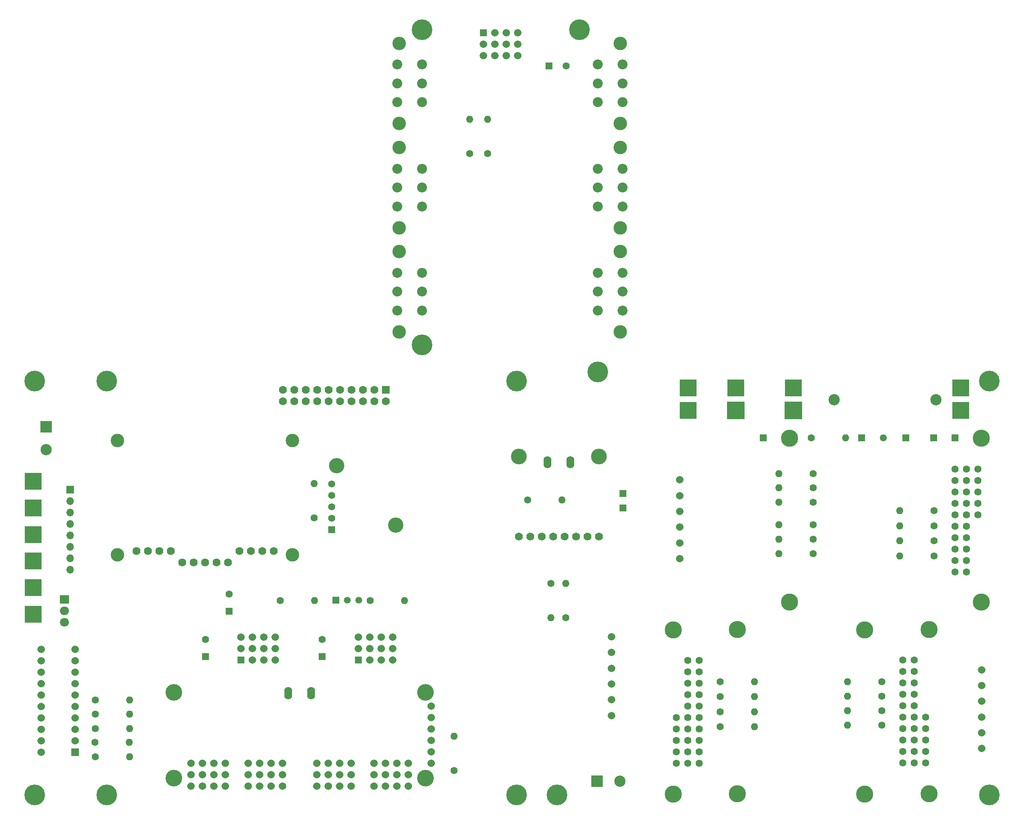
<source format=gbs>
G04 #@! TF.GenerationSoftware,KiCad,Pcbnew,(5.1.10-1-10_14)*
G04 #@! TF.CreationDate,2023-04-30T23:48:29-07:00*
G04 #@! TF.ProjectId,Control_Boards,436f6e74-726f-46c5-9f42-6f617264732e,rev?*
G04 #@! TF.SameCoordinates,Original*
G04 #@! TF.FileFunction,Soldermask,Bot*
G04 #@! TF.FilePolarity,Negative*
%FSLAX46Y46*%
G04 Gerber Fmt 4.6, Leading zero omitted, Abs format (unit mm)*
G04 Created by KiCad (PCBNEW (5.1.10-1-10_14)) date 2023-04-30 23:48:29*
%MOMM*%
%LPD*%
G01*
G04 APERTURE LIST*
%ADD10C,1.670000*%
%ADD11R,1.500000X1.500000*%
%ADD12C,1.500000*%
%ADD13C,1.600000*%
%ADD14R,1.600000X1.600000*%
%ADD15R,1.524000X1.524000*%
%ADD16C,3.800000*%
%ADD17C,3.698499*%
%ADD18O,1.760000X2.800000*%
%ADD19C,4.600000*%
%ADD20R,3.800000X3.800000*%
%ADD21R,2.500000X2.500000*%
%ADD22C,2.500000*%
%ADD23O,2.000000X1.905000*%
%ADD24R,2.000000X1.905000*%
%ADD25O,1.600000X1.600000*%
%ADD26C,2.997200*%
%ADD27C,2.209800*%
%ADD28R,1.670000X1.670000*%
%ADD29R,1.778000X1.778000*%
%ADD30C,1.778000*%
%ADD31O,1.760000X2.700000*%
%ADD32O,3.500000X3.500000*%
%ADD33O,1.700000X1.700000*%
%ADD34R,1.700000X1.700000*%
%ADD35C,1.780000*%
%ADD36C,3.000000*%
%ADD37C,1.560000*%
%ADD38R,1.560000X1.560000*%
%ADD39C,3.400000*%
%ADD40R,4.000000X4.000000*%
%ADD41C,1.550000*%
%ADD42R,1.550000X1.550000*%
G04 APERTURE END LIST*
D10*
X132054600Y-60833600D03*
X132054600Y-64333600D03*
X132054600Y-67833600D03*
X132054600Y-71333600D03*
X132054600Y-74833600D03*
X132054600Y-78333600D03*
X214274400Y-68174200D03*
X214274400Y-71674200D03*
X214274400Y-75174200D03*
X214274400Y-78674200D03*
X214274400Y-82174200D03*
X214274400Y-85674200D03*
X147218400Y-43484200D03*
X147218400Y-39984200D03*
X147218400Y-36484200D03*
X147218400Y-32984200D03*
X147218400Y-29484200D03*
X147218400Y-25984200D03*
D11*
X70840600Y-52730400D03*
D12*
X75920600Y-52730400D03*
X73380600Y-52730400D03*
D13*
X41884600Y-61452600D03*
D14*
X41884600Y-65252600D03*
D10*
X57404000Y-60909949D03*
X57404000Y-63449949D03*
X57404000Y-65989949D03*
X54864000Y-60909949D03*
X54864000Y-63449949D03*
X54864000Y-65989949D03*
X52324000Y-60909949D03*
X52324000Y-63449949D03*
X52324000Y-65989949D03*
X49784000Y-60909949D03*
D15*
X49784000Y-65989949D03*
D10*
X49784000Y-63449949D03*
X83489800Y-60909949D03*
X83489800Y-63449949D03*
X83489800Y-65989949D03*
X80949800Y-60909949D03*
X80949800Y-63449949D03*
X80949800Y-65989949D03*
X78409800Y-60909949D03*
X78409800Y-63449949D03*
X78409800Y-65989949D03*
X75869800Y-60909949D03*
D15*
X75869800Y-65989949D03*
D10*
X75869800Y-63449949D03*
D13*
X67868800Y-61452600D03*
D14*
X67868800Y-65252600D03*
D13*
X149040600Y-66094400D03*
X151580600Y-66094400D03*
X149040600Y-68634400D03*
X151580600Y-68634400D03*
X149040600Y-71174400D03*
X151580600Y-71174400D03*
X149040600Y-73714400D03*
X151580600Y-73714400D03*
X149040600Y-76254400D03*
X151580600Y-76254400D03*
X149040600Y-78794400D03*
X151580600Y-78794400D03*
X149040600Y-81334400D03*
X151580600Y-81334400D03*
X149040600Y-83874400D03*
X151580600Y-83874400D03*
X149040600Y-86414400D03*
X151580600Y-86414400D03*
X149040600Y-88954400D03*
X151580600Y-88954400D03*
X146500600Y-78794400D03*
X146500600Y-81334400D03*
X146500600Y-83874400D03*
X146500600Y-86414400D03*
X146500600Y-88954400D03*
D16*
X145770600Y-59334400D03*
X145770600Y-95783400D03*
X188315600Y-59334400D03*
X188315600Y-95783400D03*
D13*
X199320400Y-66018200D03*
X196780400Y-66018200D03*
X199320400Y-68558200D03*
X196780400Y-68558200D03*
X199320400Y-71098200D03*
X196780400Y-71098200D03*
X199320400Y-73638200D03*
X196780400Y-73638200D03*
X199320400Y-76178200D03*
X196780400Y-76178200D03*
X199320400Y-78718200D03*
X196780400Y-78718200D03*
X199320400Y-81258200D03*
X196780400Y-81258200D03*
X199320400Y-83798200D03*
X196780400Y-83798200D03*
X199320400Y-86338200D03*
X196780400Y-86338200D03*
X199320400Y-88878200D03*
X196780400Y-88878200D03*
X201860400Y-78718200D03*
X201860400Y-81258200D03*
X201860400Y-83798200D03*
X201860400Y-86338200D03*
X201860400Y-88878200D03*
D16*
X202590400Y-59258200D03*
X202590400Y-95707200D03*
X160045400Y-59258200D03*
X160045400Y-95707200D03*
D17*
X90736200Y-92234800D03*
X90736200Y-73202800D03*
X34874200Y-73202800D03*
X34874200Y-92234800D03*
D10*
X92024200Y-88950800D03*
X92024200Y-86410800D03*
X92024200Y-83870800D03*
X92024200Y-81330800D03*
X92024200Y-78790800D03*
X92024200Y-76250800D03*
D18*
X65354200Y-73355200D03*
X60274200Y-73355200D03*
D10*
X86944200Y-88950800D03*
X86944200Y-91490800D03*
X86944200Y-94030800D03*
X84404200Y-88950800D03*
X84404200Y-91490800D03*
X84404200Y-94030800D03*
X81864200Y-88950800D03*
X81864200Y-91490800D03*
X81864200Y-94030800D03*
X79324200Y-88950800D03*
X79324200Y-91490800D03*
X79324200Y-94030800D03*
X74244200Y-88950800D03*
X74244200Y-91490800D03*
X74244200Y-94030800D03*
X71704200Y-88950800D03*
X71704200Y-91490800D03*
X71704200Y-94030800D03*
X69164200Y-88950800D03*
X69164200Y-91490800D03*
X69164200Y-94030800D03*
X66624200Y-88950800D03*
X66624200Y-91490800D03*
X66624200Y-94030800D03*
X59004200Y-88950800D03*
X59004200Y-91490800D03*
X59004200Y-94030800D03*
X56464200Y-88950800D03*
X56464200Y-91490800D03*
X56464200Y-94030800D03*
X53924200Y-88950800D03*
X53924200Y-91490800D03*
X53924200Y-94030800D03*
X51384200Y-88950800D03*
X51384200Y-91490800D03*
X51384200Y-94030800D03*
X46304200Y-88950800D03*
X46304200Y-91490800D03*
X46304200Y-94030800D03*
X43764200Y-88950800D03*
X43764200Y-91490800D03*
X43764200Y-94030800D03*
X41224200Y-88950800D03*
X41224200Y-91490800D03*
X41224200Y-94030800D03*
X38684200Y-88950800D03*
X38684200Y-91490800D03*
X38684200Y-94030800D03*
D19*
X129000000Y-2000000D03*
X90000000Y4000000D03*
X125000000Y74000000D03*
X90000000Y74000000D03*
X4000000Y-96000000D03*
X120000000Y-96000000D03*
X216000000Y-96000000D03*
X216000000Y-4000000D03*
X4000000Y-4000000D03*
X20000000Y-96000000D03*
X111000000Y-96000000D03*
X111000000Y-4000000D03*
X20000000Y-4000000D03*
D20*
X209651600Y-10537200D03*
X209651600Y-5537200D03*
D21*
X128905000Y-92887800D03*
D22*
X133985000Y-92887800D03*
D23*
X10591800Y-57632600D03*
X10591800Y-55092600D03*
D24*
X10591800Y-52552600D03*
D25*
X121056400Y-30454600D03*
D13*
X113436400Y-30454600D03*
D25*
X66167000Y-52832000D03*
D13*
X58547000Y-52832000D03*
D25*
X86080600Y-52832000D03*
D13*
X78460600Y-52832000D03*
D25*
X169265600Y-35941000D03*
D13*
X176885600Y-35941000D03*
D25*
X169265600Y-39154100D03*
D13*
X176885600Y-39154100D03*
D25*
X169265600Y-42367200D03*
D13*
X176885600Y-42367200D03*
D26*
X134054600Y24734520D03*
X134054600Y6929120D03*
D27*
X134511800Y11628120D03*
X134511800Y15829280D03*
X134511800Y20030440D03*
X129000000Y11628120D03*
X129000000Y15829280D03*
X129000000Y20030440D03*
D13*
X47167800Y-51368800D03*
D14*
X47167800Y-55168800D03*
D10*
X111252000Y68300600D03*
X111252000Y70840600D03*
X111252000Y73380600D03*
X108712000Y68300600D03*
X108712000Y70840600D03*
X108712000Y73380600D03*
X106172000Y68300600D03*
X106172000Y70840600D03*
X106172000Y73380600D03*
X103632000Y68300600D03*
D15*
X103632000Y73380600D03*
D10*
X103632000Y70840600D03*
X12928600Y-63652400D03*
X12928600Y-66192400D03*
X12928600Y-68732400D03*
X12928600Y-71272400D03*
X12928600Y-73812400D03*
X12928600Y-76352400D03*
X12928600Y-78892400D03*
X12928600Y-81432400D03*
X12928600Y-83972400D03*
D28*
X12928600Y-86512400D03*
D10*
X5428600Y-63652400D03*
X5428600Y-66192400D03*
X5428600Y-68732400D03*
X5428600Y-71272400D03*
X5428600Y-73812400D03*
X5428600Y-76352400D03*
X5428600Y-78892400D03*
X5428600Y-81432400D03*
X5428600Y-83972400D03*
X5428600Y-86512400D03*
D26*
X134054600Y71013320D03*
X134054600Y53207920D03*
D27*
X134511800Y57906920D03*
X134511800Y62108080D03*
X134511800Y66309240D03*
X129000000Y57906920D03*
X129000000Y62108080D03*
X129000000Y66309240D03*
D26*
X84945400Y53207920D03*
X84945400Y71013320D03*
D27*
X84488200Y66314320D03*
X84488200Y62113160D03*
X84488200Y57912000D03*
X90000000Y66314320D03*
X90000000Y62113160D03*
X90000000Y57912000D03*
D26*
X84945400Y6929120D03*
X84945400Y24734520D03*
D27*
X84488200Y20035520D03*
X84488200Y15834360D03*
X84488200Y11633200D03*
X90000000Y20035520D03*
X90000000Y15834360D03*
X90000000Y11633200D03*
D26*
X84945400Y30043120D03*
X84945400Y47848520D03*
D27*
X84488200Y43149520D03*
X84488200Y38948360D03*
X84488200Y34747200D03*
X90000000Y43149520D03*
X90000000Y38948360D03*
X90000000Y34747200D03*
D26*
X134054600Y47848520D03*
X134054600Y30043120D03*
D27*
X134511800Y34742120D03*
X134511800Y38943280D03*
X134511800Y43144440D03*
X129000000Y34742120D03*
X129000000Y38943280D03*
X129000000Y43144440D03*
D29*
X82000000Y-6000000D03*
D30*
X82000000Y-8540000D03*
X79460000Y-6000000D03*
X76920000Y-6000000D03*
X74380000Y-6000000D03*
X71840000Y-6000000D03*
X69300000Y-6000000D03*
X66760000Y-6000000D03*
X64220000Y-6000000D03*
X61680000Y-6000000D03*
X59140000Y-6000000D03*
X79460000Y-8540000D03*
X76920000Y-8540000D03*
X74380000Y-8540000D03*
X71840000Y-8540000D03*
X69300000Y-8540000D03*
X66760000Y-8540000D03*
X64220000Y-8540000D03*
X61680000Y-8540000D03*
X59140000Y-8540000D03*
D13*
X121996200Y65963800D03*
D14*
X118196200Y65963800D03*
D20*
X3632200Y-55803800D03*
X3632200Y-49905920D03*
X3632200Y-44008040D03*
X3632200Y-38110160D03*
X3632200Y-32212280D03*
D15*
X134645400Y-28994100D03*
X165826440Y-16652240D03*
X187655200Y-16652240D03*
D20*
X3632200Y-26314400D03*
D15*
X134620000Y-32232600D03*
X203657200Y-16611600D03*
X208356200Y-16611600D03*
D25*
X66014600Y-26771600D03*
D13*
X66014600Y-34391600D03*
D30*
X129260600Y-38557200D03*
X126720600Y-38557200D03*
X124180600Y-38557200D03*
X121640600Y-38557200D03*
X119100600Y-38557200D03*
X116560600Y-38557200D03*
X114020600Y-38557200D03*
X111480600Y-38557200D03*
D31*
X122910600Y-22047200D03*
X117830600Y-22047200D03*
D32*
X129260600Y-20777200D03*
X111480600Y-20777200D03*
D33*
X11887200Y-45897800D03*
X11887200Y-43357800D03*
X11887200Y-40817800D03*
X11887200Y-38277800D03*
X11887200Y-35737800D03*
X11887200Y-33197800D03*
X11887200Y-30657800D03*
D34*
X11887200Y-28117800D03*
D35*
X26568400Y-41757600D03*
X29108400Y-41757600D03*
X31648400Y-41757600D03*
X34188400Y-41757600D03*
X36728400Y-44297600D03*
X39268400Y-44297600D03*
X41808400Y-44297600D03*
X44348400Y-44297600D03*
X46888400Y-44297600D03*
D36*
X22398400Y-42637600D03*
X22398400Y-17237600D03*
X61198400Y-17237600D03*
X61198400Y-42637600D03*
D30*
X57048400Y-41757600D03*
X51968400Y-41757600D03*
X54508400Y-41757600D03*
X49428400Y-41757600D03*
D13*
X210907225Y-46414542D03*
X208367225Y-46414542D03*
X210907225Y-43874542D03*
X208367225Y-43874542D03*
X210907225Y-41334542D03*
X208367225Y-41334542D03*
X210907225Y-38794542D03*
X208367225Y-38794542D03*
X210907225Y-36254542D03*
X208367225Y-36254542D03*
X210907225Y-33714542D03*
X208367225Y-33714542D03*
X210907225Y-31174542D03*
X208367225Y-31174542D03*
X210907225Y-28634542D03*
X208367225Y-28634542D03*
X210907225Y-26094542D03*
X208367225Y-26094542D03*
X210907225Y-23554542D03*
X208367225Y-23554542D03*
X213447225Y-33714542D03*
X213447225Y-31174542D03*
X213447225Y-28634542D03*
X213447225Y-26094542D03*
X213447225Y-23554542D03*
D16*
X214177225Y-53174542D03*
X214177225Y-16725542D03*
X171632225Y-53174542D03*
X171632225Y-16725542D03*
D37*
X69977000Y-26898600D03*
X69977000Y-29438600D03*
X69977000Y-31978600D03*
X69977000Y-34518600D03*
D38*
X69977000Y-37058600D03*
D39*
X84207000Y-36028600D03*
X71007000Y-22828600D03*
D22*
X181536800Y-8178800D03*
X204136800Y-8178800D03*
D21*
X6540500Y-14211300D03*
D22*
X6540500Y-19291300D03*
D20*
X149123400Y-10537200D03*
X149123400Y-5537200D03*
D40*
X159664400Y-10537200D03*
D20*
X159664400Y-5537200D03*
D40*
X172516800Y-10537200D03*
D20*
X172516800Y-5537200D03*
D41*
X192434200Y-16652240D03*
D42*
X197434200Y-16652240D03*
D25*
X196062600Y-32842200D03*
D13*
X203682600Y-32842200D03*
D25*
X184531000Y-80441800D03*
D13*
X192151000Y-80441800D03*
D25*
X97129600Y-82931000D03*
D13*
X97129600Y-90551000D03*
D25*
X163830000Y-74134134D03*
D13*
X156210000Y-74134134D03*
D25*
X104571800Y54102000D03*
D13*
X104571800Y46482000D03*
D25*
X100634800Y54102000D03*
D13*
X100634800Y46482000D03*
D25*
X196062600Y-36186533D03*
D13*
X203682600Y-36186533D03*
D25*
X163830000Y-80822800D03*
D13*
X156210000Y-80822800D03*
D25*
X184531000Y-70866000D03*
D13*
X192151000Y-70866000D03*
D25*
X196062600Y-42875200D03*
D13*
X203682600Y-42875200D03*
D25*
X184531000Y-74057933D03*
D13*
X192151000Y-74057933D03*
D25*
X163830000Y-70789800D03*
D13*
X156210000Y-70789800D03*
D25*
X163830000Y-77478467D03*
D13*
X156210000Y-77478467D03*
D25*
X25044400Y-74904600D03*
D13*
X17424400Y-74904600D03*
D25*
X196062600Y-39530866D03*
D13*
X203682600Y-39530866D03*
D25*
X25044400Y-81203800D03*
D13*
X17424400Y-81203800D03*
D25*
X118668800Y-56591200D03*
D13*
X118668800Y-48971200D03*
D25*
X184058560Y-16652240D03*
D13*
X176438560Y-16652240D03*
D25*
X169265600Y-30962600D03*
D13*
X176885600Y-30962600D03*
D25*
X169265600Y-27774900D03*
D13*
X176885600Y-27774900D03*
D25*
X169265600Y-24587200D03*
D13*
X176885600Y-24587200D03*
D25*
X121970800Y-48945800D03*
D13*
X121970800Y-56565800D03*
D25*
X25044400Y-87503000D03*
D13*
X17424400Y-87503000D03*
D25*
X25044400Y-78054200D03*
D13*
X17424400Y-78054200D03*
D25*
X25019000Y-84302600D03*
D13*
X17399000Y-84302600D03*
D25*
X184531000Y-77249866D03*
D13*
X192151000Y-77249866D03*
M02*

</source>
